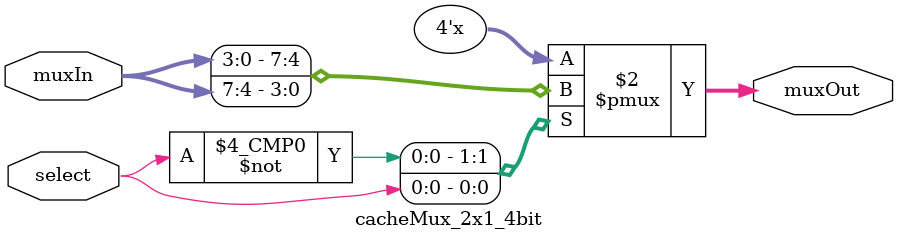
<source format=v>
module cacheMux_2x1_4bit(output reg[3:0] muxOut, input [7:0] muxIn, input select);
	always @(muxIn or select)
	begin
		case(select)
			1'b0 : muxOut=muxIn[3:0];
			1'b1 : muxOut=muxIn[7:4];
		endcase

	end
endmodule

</source>
